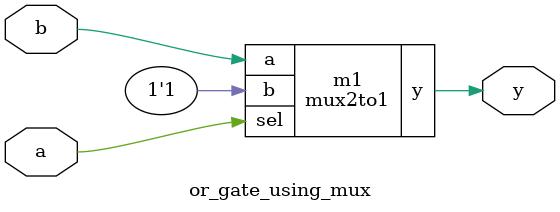
<source format=v>
module mux2to1(input a, input b, input sel, output y);
    assign y = sel ? b : a;
endmodule

module or_gate_using_mux(input a, input b, output y);
    mux2to1 m1(.a(b), .b(1'b1), .sel(a), .y(y));
endmodule
</source>
